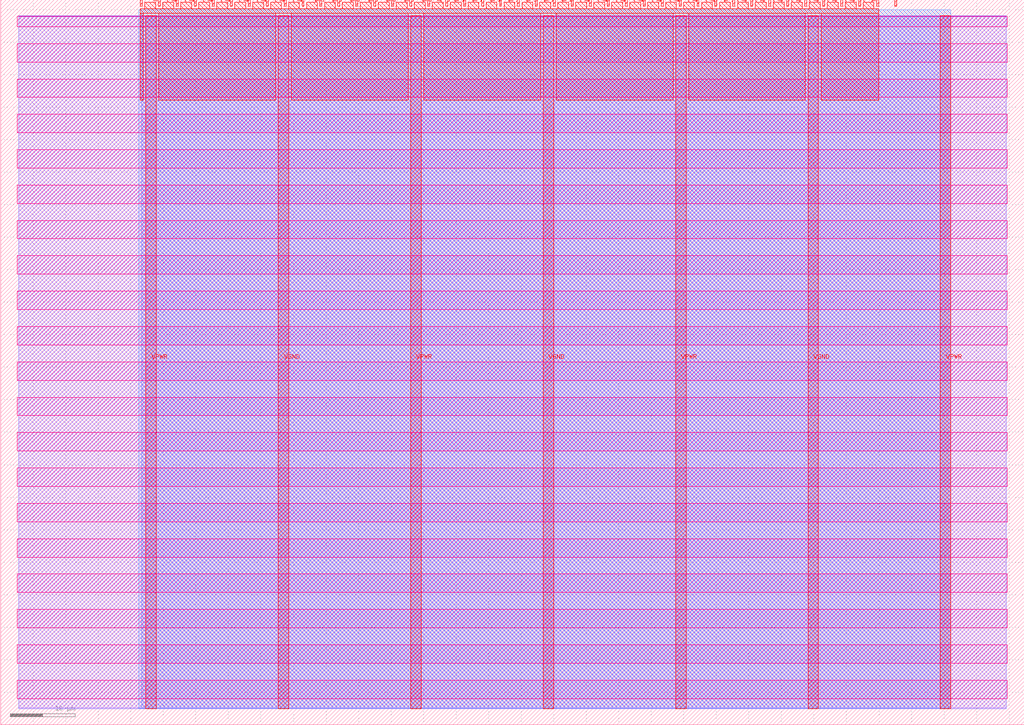
<source format=lef>
VERSION 5.7 ;
  NOWIREEXTENSIONATPIN ON ;
  DIVIDERCHAR "/" ;
  BUSBITCHARS "[]" ;
MACRO tt_um_vhdl_seven_segment_seconds
  CLASS BLOCK ;
  FOREIGN tt_um_vhdl_seven_segment_seconds ;
  ORIGIN 0.000 0.000 ;
  SIZE 157.320 BY 111.520 ;
  PIN VGND
    DIRECTION INOUT ;
    USE GROUND ;
    PORT
      LAYER met4 ;
        RECT 42.670 2.480 44.270 109.040 ;
    END
    PORT
      LAYER met4 ;
        RECT 83.380 2.480 84.980 109.040 ;
    END
    PORT
      LAYER met4 ;
        RECT 124.090 2.480 125.690 109.040 ;
    END
  END VGND
  PIN VPWR
    DIRECTION INOUT ;
    USE POWER ;
    PORT
      LAYER met4 ;
        RECT 22.315 2.480 23.915 109.040 ;
    END
    PORT
      LAYER met4 ;
        RECT 63.025 2.480 64.625 109.040 ;
    END
    PORT
      LAYER met4 ;
        RECT 103.735 2.480 105.335 109.040 ;
    END
    PORT
      LAYER met4 ;
        RECT 144.445 2.480 146.045 109.040 ;
    END
  END VPWR
  PIN clk
    DIRECTION INPUT ;
    USE SIGNAL ;
    ANTENNAGATEAREA 0.852000 ;
    PORT
      LAYER met4 ;
        RECT 134.630 110.520 134.930 111.520 ;
    END
  END clk
  PIN ena
    DIRECTION INPUT ;
    USE SIGNAL ;
    PORT
      LAYER met4 ;
        RECT 137.390 110.520 137.690 111.520 ;
    END
  END ena
  PIN rst_n
    DIRECTION INPUT ;
    USE SIGNAL ;
    ANTENNAGATEAREA 0.213000 ;
    PORT
      LAYER met4 ;
        RECT 131.870 110.520 132.170 111.520 ;
    END
  END rst_n
  PIN ui_in[0]
    DIRECTION INPUT ;
    USE SIGNAL ;
    ANTENNAGATEAREA 0.196500 ;
    PORT
      LAYER met4 ;
        RECT 129.110 110.520 129.410 111.520 ;
    END
  END ui_in[0]
  PIN ui_in[1]
    DIRECTION INPUT ;
    USE SIGNAL ;
    ANTENNAGATEAREA 0.196500 ;
    PORT
      LAYER met4 ;
        RECT 126.350 110.520 126.650 111.520 ;
    END
  END ui_in[1]
  PIN ui_in[2]
    DIRECTION INPUT ;
    USE SIGNAL ;
    ANTENNAGATEAREA 0.196500 ;
    PORT
      LAYER met4 ;
        RECT 123.590 110.520 123.890 111.520 ;
    END
  END ui_in[2]
  PIN ui_in[3]
    DIRECTION INPUT ;
    USE SIGNAL ;
    ANTENNAGATEAREA 0.196500 ;
    PORT
      LAYER met4 ;
        RECT 120.830 110.520 121.130 111.520 ;
    END
  END ui_in[3]
  PIN ui_in[4]
    DIRECTION INPUT ;
    USE SIGNAL ;
    ANTENNAGATEAREA 0.196500 ;
    PORT
      LAYER met4 ;
        RECT 118.070 110.520 118.370 111.520 ;
    END
  END ui_in[4]
  PIN ui_in[5]
    DIRECTION INPUT ;
    USE SIGNAL ;
    ANTENNAGATEAREA 0.196500 ;
    PORT
      LAYER met4 ;
        RECT 115.310 110.520 115.610 111.520 ;
    END
  END ui_in[5]
  PIN ui_in[6]
    DIRECTION INPUT ;
    USE SIGNAL ;
    ANTENNAGATEAREA 0.196500 ;
    PORT
      LAYER met4 ;
        RECT 112.550 110.520 112.850 111.520 ;
    END
  END ui_in[6]
  PIN ui_in[7]
    DIRECTION INPUT ;
    USE SIGNAL ;
    ANTENNAGATEAREA 0.196500 ;
    PORT
      LAYER met4 ;
        RECT 109.790 110.520 110.090 111.520 ;
    END
  END ui_in[7]
  PIN uio_in[0]
    DIRECTION INPUT ;
    USE SIGNAL ;
    PORT
      LAYER met4 ;
        RECT 107.030 110.520 107.330 111.520 ;
    END
  END uio_in[0]
  PIN uio_in[1]
    DIRECTION INPUT ;
    USE SIGNAL ;
    PORT
      LAYER met4 ;
        RECT 104.270 110.520 104.570 111.520 ;
    END
  END uio_in[1]
  PIN uio_in[2]
    DIRECTION INPUT ;
    USE SIGNAL ;
    PORT
      LAYER met4 ;
        RECT 101.510 110.520 101.810 111.520 ;
    END
  END uio_in[2]
  PIN uio_in[3]
    DIRECTION INPUT ;
    USE SIGNAL ;
    PORT
      LAYER met4 ;
        RECT 98.750 110.520 99.050 111.520 ;
    END
  END uio_in[3]
  PIN uio_in[4]
    DIRECTION INPUT ;
    USE SIGNAL ;
    PORT
      LAYER met4 ;
        RECT 95.990 110.520 96.290 111.520 ;
    END
  END uio_in[4]
  PIN uio_in[5]
    DIRECTION INPUT ;
    USE SIGNAL ;
    PORT
      LAYER met4 ;
        RECT 93.230 110.520 93.530 111.520 ;
    END
  END uio_in[5]
  PIN uio_in[6]
    DIRECTION INPUT ;
    USE SIGNAL ;
    PORT
      LAYER met4 ;
        RECT 90.470 110.520 90.770 111.520 ;
    END
  END uio_in[6]
  PIN uio_in[7]
    DIRECTION INPUT ;
    USE SIGNAL ;
    PORT
      LAYER met4 ;
        RECT 87.710 110.520 88.010 111.520 ;
    END
  END uio_in[7]
  PIN uio_oe[0]
    DIRECTION OUTPUT TRISTATE ;
    USE SIGNAL ;
    ANTENNADIFFAREA 0.445500 ;
    PORT
      LAYER met4 ;
        RECT 40.790 110.520 41.090 111.520 ;
    END
  END uio_oe[0]
  PIN uio_oe[1]
    DIRECTION OUTPUT TRISTATE ;
    USE SIGNAL ;
    ANTENNADIFFAREA 0.445500 ;
    PORT
      LAYER met4 ;
        RECT 38.030 110.520 38.330 111.520 ;
    END
  END uio_oe[1]
  PIN uio_oe[2]
    DIRECTION OUTPUT TRISTATE ;
    USE SIGNAL ;
    ANTENNADIFFAREA 0.445500 ;
    PORT
      LAYER met4 ;
        RECT 35.270 110.520 35.570 111.520 ;
    END
  END uio_oe[2]
  PIN uio_oe[3]
    DIRECTION OUTPUT TRISTATE ;
    USE SIGNAL ;
    ANTENNADIFFAREA 0.445500 ;
    PORT
      LAYER met4 ;
        RECT 32.510 110.520 32.810 111.520 ;
    END
  END uio_oe[3]
  PIN uio_oe[4]
    DIRECTION OUTPUT TRISTATE ;
    USE SIGNAL ;
    ANTENNADIFFAREA 0.445500 ;
    PORT
      LAYER met4 ;
        RECT 29.750 110.520 30.050 111.520 ;
    END
  END uio_oe[4]
  PIN uio_oe[5]
    DIRECTION OUTPUT TRISTATE ;
    USE SIGNAL ;
    ANTENNADIFFAREA 0.445500 ;
    PORT
      LAYER met4 ;
        RECT 26.990 110.520 27.290 111.520 ;
    END
  END uio_oe[5]
  PIN uio_oe[6]
    DIRECTION OUTPUT TRISTATE ;
    USE SIGNAL ;
    ANTENNADIFFAREA 0.445500 ;
    PORT
      LAYER met4 ;
        RECT 24.230 110.520 24.530 111.520 ;
    END
  END uio_oe[6]
  PIN uio_oe[7]
    DIRECTION OUTPUT TRISTATE ;
    USE SIGNAL ;
    ANTENNADIFFAREA 0.445500 ;
    PORT
      LAYER met4 ;
        RECT 21.470 110.520 21.770 111.520 ;
    END
  END uio_oe[7]
  PIN uio_out[0]
    DIRECTION OUTPUT TRISTATE ;
    USE SIGNAL ;
    ANTENNADIFFAREA 0.445500 ;
    PORT
      LAYER met4 ;
        RECT 62.870 110.520 63.170 111.520 ;
    END
  END uio_out[0]
  PIN uio_out[1]
    DIRECTION OUTPUT TRISTATE ;
    USE SIGNAL ;
    ANTENNADIFFAREA 0.445500 ;
    PORT
      LAYER met4 ;
        RECT 60.110 110.520 60.410 111.520 ;
    END
  END uio_out[1]
  PIN uio_out[2]
    DIRECTION OUTPUT TRISTATE ;
    USE SIGNAL ;
    ANTENNADIFFAREA 0.445500 ;
    PORT
      LAYER met4 ;
        RECT 57.350 110.520 57.650 111.520 ;
    END
  END uio_out[2]
  PIN uio_out[3]
    DIRECTION OUTPUT TRISTATE ;
    USE SIGNAL ;
    ANTENNADIFFAREA 0.795200 ;
    PORT
      LAYER met4 ;
        RECT 54.590 110.520 54.890 111.520 ;
    END
  END uio_out[3]
  PIN uio_out[4]
    DIRECTION OUTPUT TRISTATE ;
    USE SIGNAL ;
    ANTENNADIFFAREA 0.445500 ;
    PORT
      LAYER met4 ;
        RECT 51.830 110.520 52.130 111.520 ;
    END
  END uio_out[4]
  PIN uio_out[5]
    DIRECTION OUTPUT TRISTATE ;
    USE SIGNAL ;
    ANTENNADIFFAREA 0.445500 ;
    PORT
      LAYER met4 ;
        RECT 49.070 110.520 49.370 111.520 ;
    END
  END uio_out[5]
  PIN uio_out[6]
    DIRECTION OUTPUT TRISTATE ;
    USE SIGNAL ;
    ANTENNADIFFAREA 0.445500 ;
    PORT
      LAYER met4 ;
        RECT 46.310 110.520 46.610 111.520 ;
    END
  END uio_out[6]
  PIN uio_out[7]
    DIRECTION OUTPUT TRISTATE ;
    USE SIGNAL ;
    ANTENNADIFFAREA 0.445500 ;
    PORT
      LAYER met4 ;
        RECT 43.550 110.520 43.850 111.520 ;
    END
  END uio_out[7]
  PIN uo_out[0]
    DIRECTION OUTPUT TRISTATE ;
    USE SIGNAL ;
    ANTENNADIFFAREA 0.795200 ;
    PORT
      LAYER met4 ;
        RECT 84.950 110.520 85.250 111.520 ;
    END
  END uo_out[0]
  PIN uo_out[1]
    DIRECTION OUTPUT TRISTATE ;
    USE SIGNAL ;
    ANTENNADIFFAREA 0.445500 ;
    PORT
      LAYER met4 ;
        RECT 82.190 110.520 82.490 111.520 ;
    END
  END uo_out[1]
  PIN uo_out[2]
    DIRECTION OUTPUT TRISTATE ;
    USE SIGNAL ;
    ANTENNADIFFAREA 0.445500 ;
    PORT
      LAYER met4 ;
        RECT 79.430 110.520 79.730 111.520 ;
    END
  END uo_out[2]
  PIN uo_out[3]
    DIRECTION OUTPUT TRISTATE ;
    USE SIGNAL ;
    ANTENNADIFFAREA 0.795200 ;
    PORT
      LAYER met4 ;
        RECT 76.670 110.520 76.970 111.520 ;
    END
  END uo_out[3]
  PIN uo_out[4]
    DIRECTION OUTPUT TRISTATE ;
    USE SIGNAL ;
    ANTENNADIFFAREA 0.795200 ;
    PORT
      LAYER met4 ;
        RECT 73.910 110.520 74.210 111.520 ;
    END
  END uo_out[4]
  PIN uo_out[5]
    DIRECTION OUTPUT TRISTATE ;
    USE SIGNAL ;
    ANTENNADIFFAREA 0.795200 ;
    PORT
      LAYER met4 ;
        RECT 71.150 110.520 71.450 111.520 ;
    END
  END uo_out[5]
  PIN uo_out[6]
    DIRECTION OUTPUT TRISTATE ;
    USE SIGNAL ;
    ANTENNADIFFAREA 0.445500 ;
    PORT
      LAYER met4 ;
        RECT 68.390 110.520 68.690 111.520 ;
    END
  END uo_out[6]
  PIN uo_out[7]
    DIRECTION OUTPUT TRISTATE ;
    USE SIGNAL ;
    ANTENNADIFFAREA 0.445500 ;
    PORT
      LAYER met4 ;
        RECT 65.630 110.520 65.930 111.520 ;
    END
  END uo_out[7]
  OBS
      LAYER nwell ;
        RECT 2.570 107.385 154.750 108.990 ;
        RECT 2.570 101.945 154.750 104.775 ;
        RECT 2.570 96.505 154.750 99.335 ;
        RECT 2.570 91.065 154.750 93.895 ;
        RECT 2.570 85.625 154.750 88.455 ;
        RECT 2.570 80.185 154.750 83.015 ;
        RECT 2.570 74.745 154.750 77.575 ;
        RECT 2.570 69.305 154.750 72.135 ;
        RECT 2.570 63.865 154.750 66.695 ;
        RECT 2.570 58.425 154.750 61.255 ;
        RECT 2.570 52.985 154.750 55.815 ;
        RECT 2.570 47.545 154.750 50.375 ;
        RECT 2.570 42.105 154.750 44.935 ;
        RECT 2.570 36.665 154.750 39.495 ;
        RECT 2.570 31.225 154.750 34.055 ;
        RECT 2.570 25.785 154.750 28.615 ;
        RECT 2.570 20.345 154.750 23.175 ;
        RECT 2.570 14.905 154.750 17.735 ;
        RECT 2.570 9.465 154.750 12.295 ;
        RECT 2.570 4.025 154.750 6.855 ;
      LAYER li1 ;
        RECT 2.760 2.635 154.560 108.885 ;
      LAYER met1 ;
        RECT 2.760 2.480 154.560 109.040 ;
      LAYER met2 ;
        RECT 21.710 2.535 146.015 110.005 ;
      LAYER met3 ;
        RECT 21.230 2.555 146.035 109.985 ;
      LAYER met4 ;
        RECT 22.170 110.120 23.830 111.170 ;
        RECT 24.930 110.120 26.590 111.170 ;
        RECT 27.690 110.120 29.350 111.170 ;
        RECT 30.450 110.120 32.110 111.170 ;
        RECT 33.210 110.120 34.870 111.170 ;
        RECT 35.970 110.120 37.630 111.170 ;
        RECT 38.730 110.120 40.390 111.170 ;
        RECT 41.490 110.120 43.150 111.170 ;
        RECT 44.250 110.120 45.910 111.170 ;
        RECT 47.010 110.120 48.670 111.170 ;
        RECT 49.770 110.120 51.430 111.170 ;
        RECT 52.530 110.120 54.190 111.170 ;
        RECT 55.290 110.120 56.950 111.170 ;
        RECT 58.050 110.120 59.710 111.170 ;
        RECT 60.810 110.120 62.470 111.170 ;
        RECT 63.570 110.120 65.230 111.170 ;
        RECT 66.330 110.120 67.990 111.170 ;
        RECT 69.090 110.120 70.750 111.170 ;
        RECT 71.850 110.120 73.510 111.170 ;
        RECT 74.610 110.120 76.270 111.170 ;
        RECT 77.370 110.120 79.030 111.170 ;
        RECT 80.130 110.120 81.790 111.170 ;
        RECT 82.890 110.120 84.550 111.170 ;
        RECT 85.650 110.120 87.310 111.170 ;
        RECT 88.410 110.120 90.070 111.170 ;
        RECT 91.170 110.120 92.830 111.170 ;
        RECT 93.930 110.120 95.590 111.170 ;
        RECT 96.690 110.120 98.350 111.170 ;
        RECT 99.450 110.120 101.110 111.170 ;
        RECT 102.210 110.120 103.870 111.170 ;
        RECT 104.970 110.120 106.630 111.170 ;
        RECT 107.730 110.120 109.390 111.170 ;
        RECT 110.490 110.120 112.150 111.170 ;
        RECT 113.250 110.120 114.910 111.170 ;
        RECT 116.010 110.120 117.670 111.170 ;
        RECT 118.770 110.120 120.430 111.170 ;
        RECT 121.530 110.120 123.190 111.170 ;
        RECT 124.290 110.120 125.950 111.170 ;
        RECT 127.050 110.120 128.710 111.170 ;
        RECT 129.810 110.120 131.470 111.170 ;
        RECT 132.570 110.120 134.230 111.170 ;
        RECT 21.455 109.440 134.945 110.120 ;
        RECT 21.455 96.055 21.915 109.440 ;
        RECT 24.315 96.055 42.270 109.440 ;
        RECT 44.670 96.055 62.625 109.440 ;
        RECT 65.025 96.055 82.980 109.440 ;
        RECT 85.380 96.055 103.335 109.440 ;
        RECT 105.735 96.055 123.690 109.440 ;
        RECT 126.090 96.055 134.945 109.440 ;
  END
END tt_um_vhdl_seven_segment_seconds
END LIBRARY


</source>
